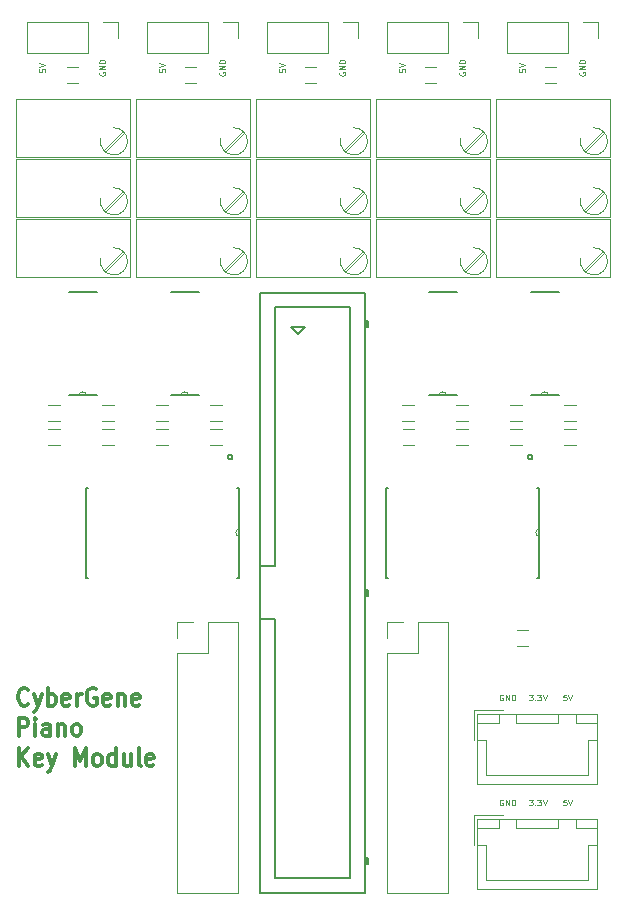
<source format=gbr>
G04 #@! TF.GenerationSoftware,KiCad,Pcbnew,(5.0.2-4-g3082e92af)*
G04 #@! TF.CreationDate,2019-02-04T02:23:37+02:00*
G04 #@! TF.ProjectId,My Piano Controller Note Module 3 (5-note_ 5V pots),4d792050-6961-46e6-9f20-436f6e74726f,rev?*
G04 #@! TF.SameCoordinates,Original*
G04 #@! TF.FileFunction,Legend,Top*
G04 #@! TF.FilePolarity,Positive*
%FSLAX46Y46*%
G04 Gerber Fmt 4.6, Leading zero omitted, Abs format (unit mm)*
G04 Created by KiCad (PCBNEW (5.0.2-4-g3082e92af)) date 2019 February 04, Monday 02:23:37*
%MOMM*%
%LPD*%
G01*
G04 APERTURE LIST*
%ADD10C,0.100000*%
%ADD11C,0.300000*%
%ADD12C,0.152400*%
%ADD13C,0.150000*%
%ADD14C,0.120000*%
G04 APERTURE END LIST*
D10*
X144506190Y-47085238D02*
X144506190Y-47323333D01*
X144744285Y-47347142D01*
X144720476Y-47323333D01*
X144696666Y-47275714D01*
X144696666Y-47156666D01*
X144720476Y-47109047D01*
X144744285Y-47085238D01*
X144791904Y-47061428D01*
X144910952Y-47061428D01*
X144958571Y-47085238D01*
X144982380Y-47109047D01*
X145006190Y-47156666D01*
X145006190Y-47275714D01*
X144982380Y-47323333D01*
X144958571Y-47347142D01*
X144506190Y-46918571D02*
X145006190Y-46751904D01*
X144506190Y-46585238D01*
X134346190Y-47085238D02*
X134346190Y-47323333D01*
X134584285Y-47347142D01*
X134560476Y-47323333D01*
X134536666Y-47275714D01*
X134536666Y-47156666D01*
X134560476Y-47109047D01*
X134584285Y-47085238D01*
X134631904Y-47061428D01*
X134750952Y-47061428D01*
X134798571Y-47085238D01*
X134822380Y-47109047D01*
X134846190Y-47156666D01*
X134846190Y-47275714D01*
X134822380Y-47323333D01*
X134798571Y-47347142D01*
X134346190Y-46918571D02*
X134846190Y-46751904D01*
X134346190Y-46585238D01*
X124186190Y-47085238D02*
X124186190Y-47323333D01*
X124424285Y-47347142D01*
X124400476Y-47323333D01*
X124376666Y-47275714D01*
X124376666Y-47156666D01*
X124400476Y-47109047D01*
X124424285Y-47085238D01*
X124471904Y-47061428D01*
X124590952Y-47061428D01*
X124638571Y-47085238D01*
X124662380Y-47109047D01*
X124686190Y-47156666D01*
X124686190Y-47275714D01*
X124662380Y-47323333D01*
X124638571Y-47347142D01*
X124186190Y-46918571D02*
X124686190Y-46751904D01*
X124186190Y-46585238D01*
X114026190Y-47085238D02*
X114026190Y-47323333D01*
X114264285Y-47347142D01*
X114240476Y-47323333D01*
X114216666Y-47275714D01*
X114216666Y-47156666D01*
X114240476Y-47109047D01*
X114264285Y-47085238D01*
X114311904Y-47061428D01*
X114430952Y-47061428D01*
X114478571Y-47085238D01*
X114502380Y-47109047D01*
X114526190Y-47156666D01*
X114526190Y-47275714D01*
X114502380Y-47323333D01*
X114478571Y-47347142D01*
X114026190Y-46918571D02*
X114526190Y-46751904D01*
X114026190Y-46585238D01*
X103866190Y-47085238D02*
X103866190Y-47323333D01*
X104104285Y-47347142D01*
X104080476Y-47323333D01*
X104056666Y-47275714D01*
X104056666Y-47156666D01*
X104080476Y-47109047D01*
X104104285Y-47085238D01*
X104151904Y-47061428D01*
X104270952Y-47061428D01*
X104318571Y-47085238D01*
X104342380Y-47109047D01*
X104366190Y-47156666D01*
X104366190Y-47275714D01*
X104342380Y-47323333D01*
X104318571Y-47347142D01*
X103866190Y-46918571D02*
X104366190Y-46751904D01*
X103866190Y-46585238D01*
X149610000Y-47370952D02*
X149586190Y-47418571D01*
X149586190Y-47490000D01*
X149610000Y-47561428D01*
X149657619Y-47609047D01*
X149705238Y-47632857D01*
X149800476Y-47656666D01*
X149871904Y-47656666D01*
X149967142Y-47632857D01*
X150014761Y-47609047D01*
X150062380Y-47561428D01*
X150086190Y-47490000D01*
X150086190Y-47442380D01*
X150062380Y-47370952D01*
X150038571Y-47347142D01*
X149871904Y-47347142D01*
X149871904Y-47442380D01*
X150086190Y-47132857D02*
X149586190Y-47132857D01*
X150086190Y-46847142D01*
X149586190Y-46847142D01*
X150086190Y-46609047D02*
X149586190Y-46609047D01*
X149586190Y-46490000D01*
X149610000Y-46418571D01*
X149657619Y-46370952D01*
X149705238Y-46347142D01*
X149800476Y-46323333D01*
X149871904Y-46323333D01*
X149967142Y-46347142D01*
X150014761Y-46370952D01*
X150062380Y-46418571D01*
X150086190Y-46490000D01*
X150086190Y-46609047D01*
X139450000Y-47370952D02*
X139426190Y-47418571D01*
X139426190Y-47490000D01*
X139450000Y-47561428D01*
X139497619Y-47609047D01*
X139545238Y-47632857D01*
X139640476Y-47656666D01*
X139711904Y-47656666D01*
X139807142Y-47632857D01*
X139854761Y-47609047D01*
X139902380Y-47561428D01*
X139926190Y-47490000D01*
X139926190Y-47442380D01*
X139902380Y-47370952D01*
X139878571Y-47347142D01*
X139711904Y-47347142D01*
X139711904Y-47442380D01*
X139926190Y-47132857D02*
X139426190Y-47132857D01*
X139926190Y-46847142D01*
X139426190Y-46847142D01*
X139926190Y-46609047D02*
X139426190Y-46609047D01*
X139426190Y-46490000D01*
X139450000Y-46418571D01*
X139497619Y-46370952D01*
X139545238Y-46347142D01*
X139640476Y-46323333D01*
X139711904Y-46323333D01*
X139807142Y-46347142D01*
X139854761Y-46370952D01*
X139902380Y-46418571D01*
X139926190Y-46490000D01*
X139926190Y-46609047D01*
X129290000Y-47370952D02*
X129266190Y-47418571D01*
X129266190Y-47490000D01*
X129290000Y-47561428D01*
X129337619Y-47609047D01*
X129385238Y-47632857D01*
X129480476Y-47656666D01*
X129551904Y-47656666D01*
X129647142Y-47632857D01*
X129694761Y-47609047D01*
X129742380Y-47561428D01*
X129766190Y-47490000D01*
X129766190Y-47442380D01*
X129742380Y-47370952D01*
X129718571Y-47347142D01*
X129551904Y-47347142D01*
X129551904Y-47442380D01*
X129766190Y-47132857D02*
X129266190Y-47132857D01*
X129766190Y-46847142D01*
X129266190Y-46847142D01*
X129766190Y-46609047D02*
X129266190Y-46609047D01*
X129266190Y-46490000D01*
X129290000Y-46418571D01*
X129337619Y-46370952D01*
X129385238Y-46347142D01*
X129480476Y-46323333D01*
X129551904Y-46323333D01*
X129647142Y-46347142D01*
X129694761Y-46370952D01*
X129742380Y-46418571D01*
X129766190Y-46490000D01*
X129766190Y-46609047D01*
X119130000Y-47370952D02*
X119106190Y-47418571D01*
X119106190Y-47490000D01*
X119130000Y-47561428D01*
X119177619Y-47609047D01*
X119225238Y-47632857D01*
X119320476Y-47656666D01*
X119391904Y-47656666D01*
X119487142Y-47632857D01*
X119534761Y-47609047D01*
X119582380Y-47561428D01*
X119606190Y-47490000D01*
X119606190Y-47442380D01*
X119582380Y-47370952D01*
X119558571Y-47347142D01*
X119391904Y-47347142D01*
X119391904Y-47442380D01*
X119606190Y-47132857D02*
X119106190Y-47132857D01*
X119606190Y-46847142D01*
X119106190Y-46847142D01*
X119606190Y-46609047D02*
X119106190Y-46609047D01*
X119106190Y-46490000D01*
X119130000Y-46418571D01*
X119177619Y-46370952D01*
X119225238Y-46347142D01*
X119320476Y-46323333D01*
X119391904Y-46323333D01*
X119487142Y-46347142D01*
X119534761Y-46370952D01*
X119582380Y-46418571D01*
X119606190Y-46490000D01*
X119606190Y-46609047D01*
X108970000Y-47370952D02*
X108946190Y-47418571D01*
X108946190Y-47490000D01*
X108970000Y-47561428D01*
X109017619Y-47609047D01*
X109065238Y-47632857D01*
X109160476Y-47656666D01*
X109231904Y-47656666D01*
X109327142Y-47632857D01*
X109374761Y-47609047D01*
X109422380Y-47561428D01*
X109446190Y-47490000D01*
X109446190Y-47442380D01*
X109422380Y-47370952D01*
X109398571Y-47347142D01*
X109231904Y-47347142D01*
X109231904Y-47442380D01*
X109446190Y-47132857D02*
X108946190Y-47132857D01*
X109446190Y-46847142D01*
X108946190Y-46847142D01*
X109446190Y-46609047D02*
X108946190Y-46609047D01*
X108946190Y-46490000D01*
X108970000Y-46418571D01*
X109017619Y-46370952D01*
X109065238Y-46347142D01*
X109160476Y-46323333D01*
X109231904Y-46323333D01*
X109327142Y-46347142D01*
X109374761Y-46370952D01*
X109422380Y-46418571D01*
X109446190Y-46490000D01*
X109446190Y-46609047D01*
X148494761Y-100056190D02*
X148256666Y-100056190D01*
X148232857Y-100294285D01*
X148256666Y-100270476D01*
X148304285Y-100246666D01*
X148423333Y-100246666D01*
X148470952Y-100270476D01*
X148494761Y-100294285D01*
X148518571Y-100341904D01*
X148518571Y-100460952D01*
X148494761Y-100508571D01*
X148470952Y-100532380D01*
X148423333Y-100556190D01*
X148304285Y-100556190D01*
X148256666Y-100532380D01*
X148232857Y-100508571D01*
X148661428Y-100056190D02*
X148828095Y-100556190D01*
X148994761Y-100056190D01*
X145311904Y-100056190D02*
X145621428Y-100056190D01*
X145454761Y-100246666D01*
X145526190Y-100246666D01*
X145573809Y-100270476D01*
X145597619Y-100294285D01*
X145621428Y-100341904D01*
X145621428Y-100460952D01*
X145597619Y-100508571D01*
X145573809Y-100532380D01*
X145526190Y-100556190D01*
X145383333Y-100556190D01*
X145335714Y-100532380D01*
X145311904Y-100508571D01*
X145835714Y-100508571D02*
X145859523Y-100532380D01*
X145835714Y-100556190D01*
X145811904Y-100532380D01*
X145835714Y-100508571D01*
X145835714Y-100556190D01*
X146026190Y-100056190D02*
X146335714Y-100056190D01*
X146169047Y-100246666D01*
X146240476Y-100246666D01*
X146288095Y-100270476D01*
X146311904Y-100294285D01*
X146335714Y-100341904D01*
X146335714Y-100460952D01*
X146311904Y-100508571D01*
X146288095Y-100532380D01*
X146240476Y-100556190D01*
X146097619Y-100556190D01*
X146050000Y-100532380D01*
X146026190Y-100508571D01*
X146478571Y-100056190D02*
X146645238Y-100556190D01*
X146811904Y-100056190D01*
X143129047Y-100080000D02*
X143081428Y-100056190D01*
X143010000Y-100056190D01*
X142938571Y-100080000D01*
X142890952Y-100127619D01*
X142867142Y-100175238D01*
X142843333Y-100270476D01*
X142843333Y-100341904D01*
X142867142Y-100437142D01*
X142890952Y-100484761D01*
X142938571Y-100532380D01*
X143010000Y-100556190D01*
X143057619Y-100556190D01*
X143129047Y-100532380D01*
X143152857Y-100508571D01*
X143152857Y-100341904D01*
X143057619Y-100341904D01*
X143367142Y-100556190D02*
X143367142Y-100056190D01*
X143652857Y-100556190D01*
X143652857Y-100056190D01*
X143890952Y-100556190D02*
X143890952Y-100056190D01*
X144010000Y-100056190D01*
X144081428Y-100080000D01*
X144129047Y-100127619D01*
X144152857Y-100175238D01*
X144176666Y-100270476D01*
X144176666Y-100341904D01*
X144152857Y-100437142D01*
X144129047Y-100484761D01*
X144081428Y-100532380D01*
X144010000Y-100556190D01*
X143890952Y-100556190D01*
X148494761Y-108946190D02*
X148256666Y-108946190D01*
X148232857Y-109184285D01*
X148256666Y-109160476D01*
X148304285Y-109136666D01*
X148423333Y-109136666D01*
X148470952Y-109160476D01*
X148494761Y-109184285D01*
X148518571Y-109231904D01*
X148518571Y-109350952D01*
X148494761Y-109398571D01*
X148470952Y-109422380D01*
X148423333Y-109446190D01*
X148304285Y-109446190D01*
X148256666Y-109422380D01*
X148232857Y-109398571D01*
X148661428Y-108946190D02*
X148828095Y-109446190D01*
X148994761Y-108946190D01*
X145311904Y-108946190D02*
X145621428Y-108946190D01*
X145454761Y-109136666D01*
X145526190Y-109136666D01*
X145573809Y-109160476D01*
X145597619Y-109184285D01*
X145621428Y-109231904D01*
X145621428Y-109350952D01*
X145597619Y-109398571D01*
X145573809Y-109422380D01*
X145526190Y-109446190D01*
X145383333Y-109446190D01*
X145335714Y-109422380D01*
X145311904Y-109398571D01*
X145835714Y-109398571D02*
X145859523Y-109422380D01*
X145835714Y-109446190D01*
X145811904Y-109422380D01*
X145835714Y-109398571D01*
X145835714Y-109446190D01*
X146026190Y-108946190D02*
X146335714Y-108946190D01*
X146169047Y-109136666D01*
X146240476Y-109136666D01*
X146288095Y-109160476D01*
X146311904Y-109184285D01*
X146335714Y-109231904D01*
X146335714Y-109350952D01*
X146311904Y-109398571D01*
X146288095Y-109422380D01*
X146240476Y-109446190D01*
X146097619Y-109446190D01*
X146050000Y-109422380D01*
X146026190Y-109398571D01*
X146478571Y-108946190D02*
X146645238Y-109446190D01*
X146811904Y-108946190D01*
X143129047Y-108970000D02*
X143081428Y-108946190D01*
X143010000Y-108946190D01*
X142938571Y-108970000D01*
X142890952Y-109017619D01*
X142867142Y-109065238D01*
X142843333Y-109160476D01*
X142843333Y-109231904D01*
X142867142Y-109327142D01*
X142890952Y-109374761D01*
X142938571Y-109422380D01*
X143010000Y-109446190D01*
X143057619Y-109446190D01*
X143129047Y-109422380D01*
X143152857Y-109398571D01*
X143152857Y-109231904D01*
X143057619Y-109231904D01*
X143367142Y-109446190D02*
X143367142Y-108946190D01*
X143652857Y-109446190D01*
X143652857Y-108946190D01*
X143890952Y-109446190D02*
X143890952Y-108946190D01*
X144010000Y-108946190D01*
X144081428Y-108970000D01*
X144129047Y-109017619D01*
X144152857Y-109065238D01*
X144176666Y-109160476D01*
X144176666Y-109231904D01*
X144152857Y-109327142D01*
X144129047Y-109374761D01*
X144081428Y-109422380D01*
X144010000Y-109446190D01*
X143890952Y-109446190D01*
D11*
X102928333Y-100855714D02*
X102861666Y-100927142D01*
X102661666Y-100998571D01*
X102528333Y-100998571D01*
X102328333Y-100927142D01*
X102195000Y-100784285D01*
X102128333Y-100641428D01*
X102061666Y-100355714D01*
X102061666Y-100141428D01*
X102128333Y-99855714D01*
X102195000Y-99712857D01*
X102328333Y-99570000D01*
X102528333Y-99498571D01*
X102661666Y-99498571D01*
X102861666Y-99570000D01*
X102928333Y-99641428D01*
X103395000Y-99998571D02*
X103728333Y-100998571D01*
X104061666Y-99998571D02*
X103728333Y-100998571D01*
X103595000Y-101355714D01*
X103528333Y-101427142D01*
X103395000Y-101498571D01*
X104595000Y-100998571D02*
X104595000Y-99498571D01*
X104595000Y-100070000D02*
X104728333Y-99998571D01*
X104995000Y-99998571D01*
X105128333Y-100070000D01*
X105195000Y-100141428D01*
X105261666Y-100284285D01*
X105261666Y-100712857D01*
X105195000Y-100855714D01*
X105128333Y-100927142D01*
X104995000Y-100998571D01*
X104728333Y-100998571D01*
X104595000Y-100927142D01*
X106395000Y-100927142D02*
X106261666Y-100998571D01*
X105995000Y-100998571D01*
X105861666Y-100927142D01*
X105795000Y-100784285D01*
X105795000Y-100212857D01*
X105861666Y-100070000D01*
X105995000Y-99998571D01*
X106261666Y-99998571D01*
X106395000Y-100070000D01*
X106461666Y-100212857D01*
X106461666Y-100355714D01*
X105795000Y-100498571D01*
X107061666Y-100998571D02*
X107061666Y-99998571D01*
X107061666Y-100284285D02*
X107128333Y-100141428D01*
X107195000Y-100070000D01*
X107328333Y-99998571D01*
X107461666Y-99998571D01*
X108661666Y-99570000D02*
X108528333Y-99498571D01*
X108328333Y-99498571D01*
X108128333Y-99570000D01*
X107995000Y-99712857D01*
X107928333Y-99855714D01*
X107861666Y-100141428D01*
X107861666Y-100355714D01*
X107928333Y-100641428D01*
X107995000Y-100784285D01*
X108128333Y-100927142D01*
X108328333Y-100998571D01*
X108461666Y-100998571D01*
X108661666Y-100927142D01*
X108728333Y-100855714D01*
X108728333Y-100355714D01*
X108461666Y-100355714D01*
X109861666Y-100927142D02*
X109728333Y-100998571D01*
X109461666Y-100998571D01*
X109328333Y-100927142D01*
X109261666Y-100784285D01*
X109261666Y-100212857D01*
X109328333Y-100070000D01*
X109461666Y-99998571D01*
X109728333Y-99998571D01*
X109861666Y-100070000D01*
X109928333Y-100212857D01*
X109928333Y-100355714D01*
X109261666Y-100498571D01*
X110528333Y-99998571D02*
X110528333Y-100998571D01*
X110528333Y-100141428D02*
X110595000Y-100070000D01*
X110728333Y-99998571D01*
X110928333Y-99998571D01*
X111061666Y-100070000D01*
X111128333Y-100212857D01*
X111128333Y-100998571D01*
X112328333Y-100927142D02*
X112195000Y-100998571D01*
X111928333Y-100998571D01*
X111795000Y-100927142D01*
X111728333Y-100784285D01*
X111728333Y-100212857D01*
X111795000Y-100070000D01*
X111928333Y-99998571D01*
X112195000Y-99998571D01*
X112328333Y-100070000D01*
X112395000Y-100212857D01*
X112395000Y-100355714D01*
X111728333Y-100498571D01*
X102128333Y-103548571D02*
X102128333Y-102048571D01*
X102661666Y-102048571D01*
X102795000Y-102120000D01*
X102861666Y-102191428D01*
X102928333Y-102334285D01*
X102928333Y-102548571D01*
X102861666Y-102691428D01*
X102795000Y-102762857D01*
X102661666Y-102834285D01*
X102128333Y-102834285D01*
X103528333Y-103548571D02*
X103528333Y-102548571D01*
X103528333Y-102048571D02*
X103461666Y-102120000D01*
X103528333Y-102191428D01*
X103595000Y-102120000D01*
X103528333Y-102048571D01*
X103528333Y-102191428D01*
X104795000Y-103548571D02*
X104795000Y-102762857D01*
X104728333Y-102620000D01*
X104595000Y-102548571D01*
X104328333Y-102548571D01*
X104195000Y-102620000D01*
X104795000Y-103477142D02*
X104661666Y-103548571D01*
X104328333Y-103548571D01*
X104195000Y-103477142D01*
X104128333Y-103334285D01*
X104128333Y-103191428D01*
X104195000Y-103048571D01*
X104328333Y-102977142D01*
X104661666Y-102977142D01*
X104795000Y-102905714D01*
X105461666Y-102548571D02*
X105461666Y-103548571D01*
X105461666Y-102691428D02*
X105528333Y-102620000D01*
X105661666Y-102548571D01*
X105861666Y-102548571D01*
X105995000Y-102620000D01*
X106061666Y-102762857D01*
X106061666Y-103548571D01*
X106928333Y-103548571D02*
X106795000Y-103477142D01*
X106728333Y-103405714D01*
X106661666Y-103262857D01*
X106661666Y-102834285D01*
X106728333Y-102691428D01*
X106795000Y-102620000D01*
X106928333Y-102548571D01*
X107128333Y-102548571D01*
X107261666Y-102620000D01*
X107328333Y-102691428D01*
X107395000Y-102834285D01*
X107395000Y-103262857D01*
X107328333Y-103405714D01*
X107261666Y-103477142D01*
X107128333Y-103548571D01*
X106928333Y-103548571D01*
X102128333Y-106098571D02*
X102128333Y-104598571D01*
X102928333Y-106098571D02*
X102328333Y-105241428D01*
X102928333Y-104598571D02*
X102128333Y-105455714D01*
X104061666Y-106027142D02*
X103928333Y-106098571D01*
X103661666Y-106098571D01*
X103528333Y-106027142D01*
X103461666Y-105884285D01*
X103461666Y-105312857D01*
X103528333Y-105170000D01*
X103661666Y-105098571D01*
X103928333Y-105098571D01*
X104061666Y-105170000D01*
X104128333Y-105312857D01*
X104128333Y-105455714D01*
X103461666Y-105598571D01*
X104595000Y-105098571D02*
X104928333Y-106098571D01*
X105261666Y-105098571D02*
X104928333Y-106098571D01*
X104795000Y-106455714D01*
X104728333Y-106527142D01*
X104595000Y-106598571D01*
X106861666Y-106098571D02*
X106861666Y-104598571D01*
X107328333Y-105670000D01*
X107795000Y-104598571D01*
X107795000Y-106098571D01*
X108661666Y-106098571D02*
X108528333Y-106027142D01*
X108461666Y-105955714D01*
X108395000Y-105812857D01*
X108395000Y-105384285D01*
X108461666Y-105241428D01*
X108528333Y-105170000D01*
X108661666Y-105098571D01*
X108861666Y-105098571D01*
X108995000Y-105170000D01*
X109061666Y-105241428D01*
X109128333Y-105384285D01*
X109128333Y-105812857D01*
X109061666Y-105955714D01*
X108995000Y-106027142D01*
X108861666Y-106098571D01*
X108661666Y-106098571D01*
X110328333Y-106098571D02*
X110328333Y-104598571D01*
X110328333Y-106027142D02*
X110195000Y-106098571D01*
X109928333Y-106098571D01*
X109795000Y-106027142D01*
X109728333Y-105955714D01*
X109661666Y-105812857D01*
X109661666Y-105384285D01*
X109728333Y-105241428D01*
X109795000Y-105170000D01*
X109928333Y-105098571D01*
X110195000Y-105098571D01*
X110328333Y-105170000D01*
X111595000Y-105098571D02*
X111595000Y-106098571D01*
X110995000Y-105098571D02*
X110995000Y-105884285D01*
X111061666Y-106027142D01*
X111195000Y-106098571D01*
X111395000Y-106098571D01*
X111528333Y-106027142D01*
X111595000Y-105955714D01*
X112461666Y-106098571D02*
X112328333Y-106027142D01*
X112261666Y-105884285D01*
X112261666Y-104598571D01*
X113528333Y-106027142D02*
X113395000Y-106098571D01*
X113128333Y-106098571D01*
X112995000Y-106027142D01*
X112928333Y-105884285D01*
X112928333Y-105312857D01*
X112995000Y-105170000D01*
X113128333Y-105098571D01*
X113395000Y-105098571D01*
X113528333Y-105170000D01*
X113595000Y-105312857D01*
X113595000Y-105455714D01*
X112928333Y-105598571D01*
D10*
G04 #@! TO.C,CMP1*
X115874800Y-74726800D02*
G75*
G02X116484400Y-74726800I304800J0D01*
G01*
D12*
X116484400Y-74726800D02*
X117348000Y-74726800D01*
X115874800Y-74726800D02*
X116484400Y-74726800D01*
X115036600Y-74726800D02*
X115874800Y-74726800D01*
X117348000Y-65989200D02*
X115036600Y-65989200D01*
G04 #@! TO.C,CMP2*
X108712000Y-65989200D02*
X106400600Y-65989200D01*
X106400600Y-74726800D02*
X107238800Y-74726800D01*
X107238800Y-74726800D02*
X107848400Y-74726800D01*
X107848400Y-74726800D02*
X108712000Y-74726800D01*
D10*
X107238800Y-74726800D02*
G75*
G02X107848400Y-74726800I304800J0D01*
G01*
G04 #@! TO.C,CMP3*
X146354800Y-74726800D02*
G75*
G02X146964400Y-74726800I304800J0D01*
G01*
D12*
X146964400Y-74726800D02*
X147828000Y-74726800D01*
X146354800Y-74726800D02*
X146964400Y-74726800D01*
X145516600Y-74726800D02*
X146354800Y-74726800D01*
X147828000Y-65989200D02*
X145516600Y-65989200D01*
G04 #@! TO.C,CMP4*
X139192000Y-65989200D02*
X136880600Y-65989200D01*
X136880600Y-74726800D02*
X137718800Y-74726800D01*
X137718800Y-74726800D02*
X138328400Y-74726800D01*
X138328400Y-74726800D02*
X139192000Y-74726800D01*
D10*
X137718800Y-74726800D02*
G75*
G02X138328400Y-74726800I304800J0D01*
G01*
D13*
G04 #@! TO.C,COMM1*
X125730000Y-69520000D02*
X125130000Y-68920000D01*
X126330000Y-68920000D02*
X125730000Y-69520000D01*
X125130000Y-68920000D02*
X126330000Y-68920000D01*
X131570000Y-68470000D02*
X131570000Y-68970000D01*
X131670000Y-68970000D02*
X131470000Y-68970000D01*
X131670000Y-68470000D02*
X131670000Y-68970000D01*
X131470000Y-68470000D02*
X131670000Y-68470000D01*
X131570000Y-113910000D02*
X131570000Y-114410000D01*
X131670000Y-114410000D02*
X131470000Y-114410000D01*
X131670000Y-113910000D02*
X131670000Y-114410000D01*
X131470000Y-113910000D02*
X131670000Y-113910000D01*
X131570000Y-91190000D02*
X131570000Y-91690000D01*
X131670000Y-91690000D02*
X131470000Y-91690000D01*
X131670000Y-91190000D02*
X131670000Y-91690000D01*
X131470000Y-91190000D02*
X131670000Y-91190000D01*
X123830000Y-93665000D02*
X122530000Y-93665000D01*
X123830000Y-115630000D02*
X123830000Y-93665000D01*
X130170000Y-115630000D02*
X123830000Y-115630000D01*
X130170000Y-67250000D02*
X130170000Y-115630000D01*
X123830000Y-67250000D02*
X130170000Y-67250000D01*
X123830000Y-89215000D02*
X123830000Y-67250000D01*
X122530000Y-89215000D02*
X123830000Y-89215000D01*
X122530000Y-116830000D02*
X122530000Y-66050000D01*
X131470000Y-116830000D02*
X122530000Y-116830000D01*
X131470000Y-66050000D02*
X131470000Y-116830000D01*
X122530000Y-66050000D02*
X131470000Y-66050000D01*
D14*
G04 #@! TO.C,J1*
X110550000Y-43120000D02*
X110550000Y-44450000D01*
X109220000Y-43120000D02*
X110550000Y-43120000D01*
X107950000Y-43120000D02*
X107950000Y-45780000D01*
X107950000Y-45780000D02*
X102810000Y-45780000D01*
X107950000Y-43120000D02*
X102810000Y-43120000D01*
X102810000Y-43120000D02*
X102810000Y-45780000D01*
G04 #@! TO.C,J2*
X112970000Y-43120000D02*
X112970000Y-45780000D01*
X118110000Y-43120000D02*
X112970000Y-43120000D01*
X118110000Y-45780000D02*
X112970000Y-45780000D01*
X118110000Y-43120000D02*
X118110000Y-45780000D01*
X119380000Y-43120000D02*
X120710000Y-43120000D01*
X120710000Y-43120000D02*
X120710000Y-44450000D01*
G04 #@! TO.C,J3*
X141030000Y-43120000D02*
X141030000Y-44450000D01*
X139700000Y-43120000D02*
X141030000Y-43120000D01*
X138430000Y-43120000D02*
X138430000Y-45780000D01*
X138430000Y-45780000D02*
X133290000Y-45780000D01*
X138430000Y-43120000D02*
X133290000Y-43120000D01*
X133290000Y-43120000D02*
X133290000Y-45780000D01*
G04 #@! TO.C,J4*
X143450000Y-43120000D02*
X143450000Y-45780000D01*
X148590000Y-43120000D02*
X143450000Y-43120000D01*
X148590000Y-45780000D02*
X143450000Y-45780000D01*
X148590000Y-43120000D02*
X148590000Y-45780000D01*
X149860000Y-43120000D02*
X151190000Y-43120000D01*
X151190000Y-43120000D02*
X151190000Y-44450000D01*
G04 #@! TO.C,J5*
X130870000Y-43120000D02*
X130870000Y-44450000D01*
X129540000Y-43120000D02*
X130870000Y-43120000D01*
X128270000Y-43120000D02*
X128270000Y-45780000D01*
X128270000Y-45780000D02*
X123130000Y-45780000D01*
X128270000Y-43120000D02*
X123130000Y-43120000D01*
X123130000Y-43120000D02*
X123130000Y-45780000D01*
G04 #@! TO.C,R1*
X145280000Y-95930000D02*
X144280000Y-95930000D01*
X144280000Y-94570000D02*
X145280000Y-94570000D01*
G04 #@! TO.C,R11*
X118288000Y-75520000D02*
X119288000Y-75520000D01*
X119288000Y-76880000D02*
X118288000Y-76880000D01*
G04 #@! TO.C,R12*
X119288000Y-78912000D02*
X118288000Y-78912000D01*
X118288000Y-77552000D02*
X119288000Y-77552000D01*
G04 #@! TO.C,R13*
X114716000Y-76880000D02*
X113716000Y-76880000D01*
X113716000Y-75520000D02*
X114716000Y-75520000D01*
G04 #@! TO.C,R14*
X113716000Y-77552000D02*
X114716000Y-77552000D01*
X114716000Y-78912000D02*
X113716000Y-78912000D01*
G04 #@! TO.C,R18*
X106180000Y-46945000D02*
X107180000Y-46945000D01*
X107180000Y-48305000D02*
X106180000Y-48305000D01*
G04 #@! TO.C,R21*
X109144000Y-75520000D02*
X110144000Y-75520000D01*
X110144000Y-76880000D02*
X109144000Y-76880000D01*
G04 #@! TO.C,R22*
X110144000Y-78912000D02*
X109144000Y-78912000D01*
X109144000Y-77552000D02*
X110144000Y-77552000D01*
G04 #@! TO.C,R23*
X105572000Y-76880000D02*
X104572000Y-76880000D01*
X104572000Y-75520000D02*
X105572000Y-75520000D01*
G04 #@! TO.C,R24*
X104572000Y-77552000D02*
X105572000Y-77552000D01*
X105572000Y-78912000D02*
X104572000Y-78912000D01*
G04 #@! TO.C,R28*
X117170000Y-48305000D02*
X116170000Y-48305000D01*
X116170000Y-46945000D02*
X117170000Y-46945000D01*
G04 #@! TO.C,R31*
X149260000Y-76880000D02*
X148260000Y-76880000D01*
X148260000Y-75520000D02*
X149260000Y-75520000D01*
G04 #@! TO.C,R32*
X149260000Y-78912000D02*
X148260000Y-78912000D01*
X148260000Y-77552000D02*
X149260000Y-77552000D01*
G04 #@! TO.C,R33*
X143688000Y-75520000D02*
X144688000Y-75520000D01*
X144688000Y-76880000D02*
X143688000Y-76880000D01*
G04 #@! TO.C,R34*
X144688000Y-78912000D02*
X143688000Y-78912000D01*
X143688000Y-77552000D02*
X144688000Y-77552000D01*
G04 #@! TO.C,R38*
X136490000Y-46945000D02*
X137490000Y-46945000D01*
X137490000Y-48305000D02*
X136490000Y-48305000D01*
G04 #@! TO.C,R41*
X139116000Y-77552000D02*
X140116000Y-77552000D01*
X140116000Y-78912000D02*
X139116000Y-78912000D01*
G04 #@! TO.C,R42*
X140116000Y-76880000D02*
X139116000Y-76880000D01*
X139116000Y-75520000D02*
X140116000Y-75520000D01*
G04 #@! TO.C,R43*
X135628000Y-78912000D02*
X134628000Y-78912000D01*
X134628000Y-77552000D02*
X135628000Y-77552000D01*
G04 #@! TO.C,R44*
X135544000Y-76880000D02*
X134544000Y-76880000D01*
X134544000Y-75520000D02*
X135544000Y-75520000D01*
G04 #@! TO.C,R48*
X146650000Y-46945000D02*
X147650000Y-46945000D01*
X147650000Y-48305000D02*
X146650000Y-48305000D01*
G04 #@! TO.C,R58*
X127330000Y-48305000D02*
X126330000Y-48305000D01*
X126330000Y-46945000D02*
X127330000Y-46945000D01*
G04 #@! TO.C,RV11*
X110911000Y-52345000D02*
X109299000Y-53955000D01*
X111051000Y-52486000D02*
X109440000Y-54096000D01*
X111505000Y-49600000D02*
X111505000Y-54551000D01*
X101855000Y-49600000D02*
X101855000Y-54551000D01*
X101855000Y-54551000D02*
X111505000Y-54551000D01*
X101855000Y-49600000D02*
X111505000Y-49600000D01*
X110195121Y-54374052D02*
G75*
G02X109046000Y-52980000I-20121J1154052D01*
G01*
X110134691Y-52065704D02*
G75*
G02X110175000Y-54375000I40309J-1154296D01*
G01*
G04 #@! TO.C,RV12*
X110134691Y-57145704D02*
G75*
G02X110175000Y-59455000I40309J-1154296D01*
G01*
X110195121Y-59454052D02*
G75*
G02X109046000Y-58060000I-20121J1154052D01*
G01*
X101855000Y-54680000D02*
X111505000Y-54680000D01*
X101855000Y-59631000D02*
X111505000Y-59631000D01*
X101855000Y-54680000D02*
X101855000Y-59631000D01*
X111505000Y-54680000D02*
X111505000Y-59631000D01*
X111051000Y-57566000D02*
X109440000Y-59176000D01*
X110911000Y-57425000D02*
X109299000Y-59035000D01*
G04 #@! TO.C,RV13*
X110911000Y-62505000D02*
X109299000Y-64115000D01*
X111051000Y-62646000D02*
X109440000Y-64256000D01*
X111505000Y-59760000D02*
X111505000Y-64711000D01*
X101855000Y-59760000D02*
X101855000Y-64711000D01*
X101855000Y-64711000D02*
X111505000Y-64711000D01*
X101855000Y-59760000D02*
X111505000Y-59760000D01*
X110195121Y-64534052D02*
G75*
G02X109046000Y-63140000I-20121J1154052D01*
G01*
X110134691Y-62225704D02*
G75*
G02X110175000Y-64535000I40309J-1154296D01*
G01*
G04 #@! TO.C,RV21*
X120294691Y-52065704D02*
G75*
G02X120335000Y-54375000I40309J-1154296D01*
G01*
X120355121Y-54374052D02*
G75*
G02X119206000Y-52980000I-20121J1154052D01*
G01*
X112015000Y-49600000D02*
X121665000Y-49600000D01*
X112015000Y-54551000D02*
X121665000Y-54551000D01*
X112015000Y-49600000D02*
X112015000Y-54551000D01*
X121665000Y-49600000D02*
X121665000Y-54551000D01*
X121211000Y-52486000D02*
X119600000Y-54096000D01*
X121071000Y-52345000D02*
X119459000Y-53955000D01*
G04 #@! TO.C,RV22*
X121071000Y-57425000D02*
X119459000Y-59035000D01*
X121211000Y-57566000D02*
X119600000Y-59176000D01*
X121665000Y-54680000D02*
X121665000Y-59631000D01*
X112015000Y-54680000D02*
X112015000Y-59631000D01*
X112015000Y-59631000D02*
X121665000Y-59631000D01*
X112015000Y-54680000D02*
X121665000Y-54680000D01*
X120355121Y-59454052D02*
G75*
G02X119206000Y-58060000I-20121J1154052D01*
G01*
X120294691Y-57145704D02*
G75*
G02X120335000Y-59455000I40309J-1154296D01*
G01*
G04 #@! TO.C,RV23*
X120294691Y-62225704D02*
G75*
G02X120335000Y-64535000I40309J-1154296D01*
G01*
X120355121Y-64534052D02*
G75*
G02X119206000Y-63140000I-20121J1154052D01*
G01*
X112015000Y-59760000D02*
X121665000Y-59760000D01*
X112015000Y-64711000D02*
X121665000Y-64711000D01*
X112015000Y-59760000D02*
X112015000Y-64711000D01*
X121665000Y-59760000D02*
X121665000Y-64711000D01*
X121211000Y-62646000D02*
X119600000Y-64256000D01*
X121071000Y-62505000D02*
X119459000Y-64115000D01*
G04 #@! TO.C,RV31*
X141391000Y-52345000D02*
X139779000Y-53955000D01*
X141531000Y-52486000D02*
X139920000Y-54096000D01*
X141985000Y-49600000D02*
X141985000Y-54551000D01*
X132335000Y-49600000D02*
X132335000Y-54551000D01*
X132335000Y-54551000D02*
X141985000Y-54551000D01*
X132335000Y-49600000D02*
X141985000Y-49600000D01*
X140675121Y-54374052D02*
G75*
G02X139526000Y-52980000I-20121J1154052D01*
G01*
X140614691Y-52065704D02*
G75*
G02X140655000Y-54375000I40309J-1154296D01*
G01*
G04 #@! TO.C,RV32*
X140614691Y-57145704D02*
G75*
G02X140655000Y-59455000I40309J-1154296D01*
G01*
X140675121Y-59454052D02*
G75*
G02X139526000Y-58060000I-20121J1154052D01*
G01*
X132335000Y-54680000D02*
X141985000Y-54680000D01*
X132335000Y-59631000D02*
X141985000Y-59631000D01*
X132335000Y-54680000D02*
X132335000Y-59631000D01*
X141985000Y-54680000D02*
X141985000Y-59631000D01*
X141531000Y-57566000D02*
X139920000Y-59176000D01*
X141391000Y-57425000D02*
X139779000Y-59035000D01*
G04 #@! TO.C,RV33*
X141391000Y-62505000D02*
X139779000Y-64115000D01*
X141531000Y-62646000D02*
X139920000Y-64256000D01*
X141985000Y-59760000D02*
X141985000Y-64711000D01*
X132335000Y-59760000D02*
X132335000Y-64711000D01*
X132335000Y-64711000D02*
X141985000Y-64711000D01*
X132335000Y-59760000D02*
X141985000Y-59760000D01*
X140675121Y-64534052D02*
G75*
G02X139526000Y-63140000I-20121J1154052D01*
G01*
X140614691Y-62225704D02*
G75*
G02X140655000Y-64535000I40309J-1154296D01*
G01*
G04 #@! TO.C,RV41*
X150774691Y-52065704D02*
G75*
G02X150815000Y-54375000I40309J-1154296D01*
G01*
X150835121Y-54374052D02*
G75*
G02X149686000Y-52980000I-20121J1154052D01*
G01*
X142495000Y-49600000D02*
X152145000Y-49600000D01*
X142495000Y-54551000D02*
X152145000Y-54551000D01*
X142495000Y-49600000D02*
X142495000Y-54551000D01*
X152145000Y-49600000D02*
X152145000Y-54551000D01*
X151691000Y-52486000D02*
X150080000Y-54096000D01*
X151551000Y-52345000D02*
X149939000Y-53955000D01*
G04 #@! TO.C,RV42*
X151551000Y-57425000D02*
X149939000Y-59035000D01*
X151691000Y-57566000D02*
X150080000Y-59176000D01*
X152145000Y-54680000D02*
X152145000Y-59631000D01*
X142495000Y-54680000D02*
X142495000Y-59631000D01*
X142495000Y-59631000D02*
X152145000Y-59631000D01*
X142495000Y-54680000D02*
X152145000Y-54680000D01*
X150835121Y-59454052D02*
G75*
G02X149686000Y-58060000I-20121J1154052D01*
G01*
X150774691Y-57145704D02*
G75*
G02X150815000Y-59455000I40309J-1154296D01*
G01*
G04 #@! TO.C,RV43*
X150774691Y-62225704D02*
G75*
G02X150815000Y-64535000I40309J-1154296D01*
G01*
X150835121Y-64534052D02*
G75*
G02X149686000Y-63140000I-20121J1154052D01*
G01*
X142495000Y-59760000D02*
X152145000Y-59760000D01*
X142495000Y-64711000D02*
X152145000Y-64711000D01*
X142495000Y-59760000D02*
X142495000Y-64711000D01*
X152145000Y-59760000D02*
X152145000Y-64711000D01*
X151691000Y-62646000D02*
X150080000Y-64256000D01*
X151551000Y-62505000D02*
X149939000Y-64115000D01*
G04 #@! TO.C,RV51*
X131231000Y-52345000D02*
X129619000Y-53955000D01*
X131371000Y-52486000D02*
X129760000Y-54096000D01*
X131825000Y-49600000D02*
X131825000Y-54551000D01*
X122175000Y-49600000D02*
X122175000Y-54551000D01*
X122175000Y-54551000D02*
X131825000Y-54551000D01*
X122175000Y-49600000D02*
X131825000Y-49600000D01*
X130515121Y-54374052D02*
G75*
G02X129366000Y-52980000I-20121J1154052D01*
G01*
X130454691Y-52065704D02*
G75*
G02X130495000Y-54375000I40309J-1154296D01*
G01*
G04 #@! TO.C,RV52*
X131231000Y-57425000D02*
X129619000Y-59035000D01*
X131371000Y-57566000D02*
X129760000Y-59176000D01*
X131825000Y-54680000D02*
X131825000Y-59631000D01*
X122175000Y-54680000D02*
X122175000Y-59631000D01*
X122175000Y-59631000D02*
X131825000Y-59631000D01*
X122175000Y-54680000D02*
X131825000Y-54680000D01*
X130515121Y-59454052D02*
G75*
G02X129366000Y-58060000I-20121J1154052D01*
G01*
X130454691Y-57145704D02*
G75*
G02X130495000Y-59455000I40309J-1154296D01*
G01*
G04 #@! TO.C,RV53*
X130454691Y-62225704D02*
G75*
G02X130495000Y-64535000I40309J-1154296D01*
G01*
X130515121Y-64534052D02*
G75*
G02X129366000Y-63140000I-20121J1154052D01*
G01*
X122175000Y-59760000D02*
X131825000Y-59760000D01*
X122175000Y-64711000D02*
X131825000Y-64711000D01*
X122175000Y-59760000D02*
X122175000Y-64711000D01*
X131825000Y-59760000D02*
X131825000Y-64711000D01*
X131371000Y-62646000D02*
X129760000Y-64256000D01*
X131231000Y-62505000D02*
X129619000Y-64115000D01*
D10*
G04 #@! TO.C,TX1*
X120802400Y-86664800D02*
G75*
G02X120802400Y-86055200I0J304800D01*
G01*
D12*
X120015000Y-79756000D02*
G75*
G02X120015000Y-80162400I0J-203200D01*
G01*
X120015000Y-80162400D02*
G75*
G02X120015000Y-79756000I0J203200D01*
G01*
X120802400Y-82550000D02*
X120624600Y-82550000D01*
X120802400Y-86055200D02*
X120802400Y-82550000D01*
X120802400Y-86664800D02*
X120802400Y-86055200D01*
X120802400Y-90170000D02*
X120802400Y-86664800D01*
X107797600Y-90170000D02*
X107975400Y-90170000D01*
X107797600Y-82550000D02*
X107797600Y-90170000D01*
X107975400Y-82550000D02*
X107797600Y-82550000D01*
X120624600Y-90170000D02*
X120802400Y-90170000D01*
G04 #@! TO.C,TX2*
X146024600Y-90170000D02*
X146202400Y-90170000D01*
X133375400Y-82550000D02*
X133197600Y-82550000D01*
X133197600Y-82550000D02*
X133197600Y-90170000D01*
X133197600Y-90170000D02*
X133375400Y-90170000D01*
X146202400Y-90170000D02*
X146202400Y-86664800D01*
X146202400Y-86664800D02*
X146202400Y-86055200D01*
X146202400Y-86055200D02*
X146202400Y-82550000D01*
X146202400Y-82550000D02*
X146024600Y-82550000D01*
X145415000Y-80162400D02*
G75*
G02X145415000Y-79756000I0J203200D01*
G01*
X145415000Y-79756000D02*
G75*
G02X145415000Y-80162400I0J-203200D01*
G01*
D10*
X146202400Y-86664800D02*
G75*
G02X146202400Y-86055200I0J304800D01*
G01*
D14*
G04 #@! TO.C,SEL2*
X133290000Y-93920000D02*
X134620000Y-93920000D01*
X133290000Y-95250000D02*
X133290000Y-93920000D01*
X135890000Y-93920000D02*
X138490000Y-93920000D01*
X135890000Y-96520000D02*
X135890000Y-93920000D01*
X133290000Y-96520000D02*
X135890000Y-96520000D01*
X138490000Y-93920000D02*
X138490000Y-116900000D01*
X133290000Y-96520000D02*
X133290000Y-116900000D01*
X133290000Y-116900000D02*
X138490000Y-116900000D01*
G04 #@! TO.C,SEL1*
X115510000Y-93920000D02*
X116840000Y-93920000D01*
X115510000Y-95250000D02*
X115510000Y-93920000D01*
X118110000Y-93920000D02*
X120710000Y-93920000D01*
X118110000Y-96520000D02*
X118110000Y-93920000D01*
X115510000Y-96520000D02*
X118110000Y-96520000D01*
X120710000Y-93920000D02*
X120710000Y-116900000D01*
X115510000Y-96520000D02*
X115510000Y-116900000D01*
X115510000Y-116900000D02*
X120710000Y-116900000D01*
G04 #@! TO.C,PWR1*
X140660000Y-101390000D02*
X140660000Y-103890000D01*
X143160000Y-101390000D02*
X140660000Y-101390000D01*
X150310000Y-106890000D02*
X146010000Y-106890000D01*
X150310000Y-103940000D02*
X150310000Y-106890000D01*
X151060000Y-103940000D02*
X150310000Y-103940000D01*
X141710000Y-106890000D02*
X146010000Y-106890000D01*
X141710000Y-103940000D02*
X141710000Y-106890000D01*
X140960000Y-103940000D02*
X141710000Y-103940000D01*
X151060000Y-101690000D02*
X149260000Y-101690000D01*
X151060000Y-102440000D02*
X151060000Y-101690000D01*
X149260000Y-102440000D02*
X151060000Y-102440000D01*
X149260000Y-101690000D02*
X149260000Y-102440000D01*
X142760000Y-101690000D02*
X140960000Y-101690000D01*
X142760000Y-102440000D02*
X142760000Y-101690000D01*
X140960000Y-102440000D02*
X142760000Y-102440000D01*
X140960000Y-101690000D02*
X140960000Y-102440000D01*
X147760000Y-101690000D02*
X144260000Y-101690000D01*
X147760000Y-102440000D02*
X147760000Y-101690000D01*
X144260000Y-102440000D02*
X147760000Y-102440000D01*
X144260000Y-101690000D02*
X144260000Y-102440000D01*
X151060000Y-101690000D02*
X140960000Y-101690000D01*
X151060000Y-107640000D02*
X151060000Y-101690000D01*
X140960000Y-107640000D02*
X151060000Y-107640000D01*
X140960000Y-101690000D02*
X140960000Y-107640000D01*
G04 #@! TO.C,PWR2*
X140960000Y-110580000D02*
X140960000Y-116530000D01*
X140960000Y-116530000D02*
X151060000Y-116530000D01*
X151060000Y-116530000D02*
X151060000Y-110580000D01*
X151060000Y-110580000D02*
X140960000Y-110580000D01*
X144260000Y-110580000D02*
X144260000Y-111330000D01*
X144260000Y-111330000D02*
X147760000Y-111330000D01*
X147760000Y-111330000D02*
X147760000Y-110580000D01*
X147760000Y-110580000D02*
X144260000Y-110580000D01*
X140960000Y-110580000D02*
X140960000Y-111330000D01*
X140960000Y-111330000D02*
X142760000Y-111330000D01*
X142760000Y-111330000D02*
X142760000Y-110580000D01*
X142760000Y-110580000D02*
X140960000Y-110580000D01*
X149260000Y-110580000D02*
X149260000Y-111330000D01*
X149260000Y-111330000D02*
X151060000Y-111330000D01*
X151060000Y-111330000D02*
X151060000Y-110580000D01*
X151060000Y-110580000D02*
X149260000Y-110580000D01*
X140960000Y-112830000D02*
X141710000Y-112830000D01*
X141710000Y-112830000D02*
X141710000Y-115780000D01*
X141710000Y-115780000D02*
X146010000Y-115780000D01*
X151060000Y-112830000D02*
X150310000Y-112830000D01*
X150310000Y-112830000D02*
X150310000Y-115780000D01*
X150310000Y-115780000D02*
X146010000Y-115780000D01*
X143160000Y-110280000D02*
X140660000Y-110280000D01*
X140660000Y-110280000D02*
X140660000Y-112780000D01*
G04 #@! TD*
M02*

</source>
